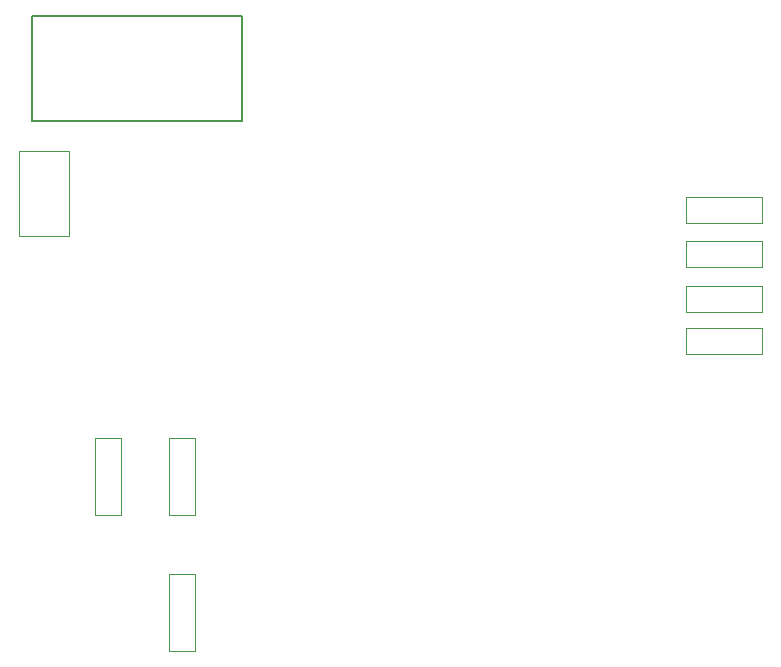
<source format=gbr>
G04 #@! TF.FileFunction,Other,User*
%FSLAX46Y46*%
G04 Gerber Fmt 4.6, Leading zero omitted, Abs format (unit mm)*
G04 Created by KiCad (PCBNEW 4.0.7-e2-6376~61~ubuntu18.04.1) date Mon Dec  9 13:49:04 2019*
%MOMM*%
%LPD*%
G01*
G04 APERTURE LIST*
%ADD10C,0.100000*%
%ADD11C,0.150000*%
%ADD12C,0.050000*%
G04 APERTURE END LIST*
D10*
D11*
X47701200Y-41630600D02*
X47701200Y-32740600D01*
X47701200Y-32740600D02*
X65481200Y-32740600D01*
X65481200Y-32740600D02*
X65481200Y-41630600D01*
X65481200Y-41630600D02*
X47701200Y-41630600D01*
D12*
X50817200Y-51362000D02*
X50817200Y-44142000D01*
X50817200Y-44142000D02*
X46617200Y-44142000D01*
X46617200Y-44142000D02*
X46617200Y-51362000D01*
X46617200Y-51362000D02*
X50817200Y-51362000D01*
X103074400Y-53992800D02*
X109574400Y-53992800D01*
X103074400Y-53992800D02*
X103074400Y-51782800D01*
X109574400Y-51782800D02*
X109574400Y-53992800D01*
X109574400Y-51782800D02*
X103074400Y-51782800D01*
X103074400Y-57802800D02*
X109574400Y-57802800D01*
X103074400Y-57802800D02*
X103074400Y-55592800D01*
X109574400Y-55592800D02*
X109574400Y-57802800D01*
X109574400Y-55592800D02*
X103074400Y-55592800D01*
X103074400Y-50233600D02*
X109574400Y-50233600D01*
X103074400Y-50233600D02*
X103074400Y-48023600D01*
X109574400Y-48023600D02*
X109574400Y-50233600D01*
X109574400Y-48023600D02*
X103074400Y-48023600D01*
X103074400Y-61358800D02*
X109574400Y-61358800D01*
X103074400Y-61358800D02*
X103074400Y-59148800D01*
X109574400Y-59148800D02*
X109574400Y-61358800D01*
X109574400Y-59148800D02*
X103074400Y-59148800D01*
X59342000Y-79960400D02*
X59342000Y-86460400D01*
X59342000Y-79960400D02*
X61552000Y-79960400D01*
X61552000Y-86460400D02*
X59342000Y-86460400D01*
X61552000Y-86460400D02*
X61552000Y-79960400D01*
X59342000Y-68479600D02*
X59342000Y-74979600D01*
X59342000Y-68479600D02*
X61552000Y-68479600D01*
X61552000Y-74979600D02*
X59342000Y-74979600D01*
X61552000Y-74979600D02*
X61552000Y-68479600D01*
X55262800Y-74979600D02*
X55262800Y-68479600D01*
X55262800Y-74979600D02*
X53052800Y-74979600D01*
X53052800Y-68479600D02*
X55262800Y-68479600D01*
X53052800Y-68479600D02*
X53052800Y-74979600D01*
M02*

</source>
